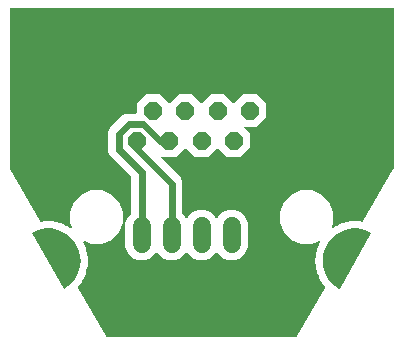
<source format=gbr>
G04 EAGLE Gerber RS-274X export*
G75*
%MOMM*%
%FSLAX34Y34*%
%LPD*%
%INBottom Copper*%
%IPPOS*%
%AMOC8*
5,1,8,0,0,1.08239X$1,22.5*%
G01*
%ADD10P,1.649562X8X22.500000*%
%ADD11C,5.080000*%
%ADD12C,1.000000*%
%ADD13C,1.524000*%
%ADD14C,0.609600*%

G36*
X265492Y-12328D02*
X265492Y-12328D01*
X265560Y-12327D01*
X265613Y-12309D01*
X265668Y-12300D01*
X265728Y-12268D01*
X265792Y-12245D01*
X265836Y-12211D01*
X265886Y-12184D01*
X265932Y-12135D01*
X265985Y-12094D01*
X266032Y-12030D01*
X266055Y-12006D01*
X266064Y-11987D01*
X266085Y-11959D01*
X289898Y29289D01*
X289910Y29319D01*
X289928Y29346D01*
X289953Y29434D01*
X289985Y29519D01*
X289987Y29552D01*
X289995Y29583D01*
X289991Y29674D01*
X289994Y29765D01*
X289985Y29796D01*
X289984Y29828D01*
X289931Y29988D01*
X289902Y30050D01*
X289898Y30057D01*
X289895Y30065D01*
X289806Y30207D01*
X288408Y31958D01*
X288402Y31963D01*
X288398Y31971D01*
X288277Y32087D01*
X287949Y32338D01*
X287568Y32997D01*
X287547Y33023D01*
X287504Y33091D01*
X287029Y33686D01*
X286915Y34083D01*
X286911Y34091D01*
X286910Y34099D01*
X286843Y34253D01*
X285722Y36192D01*
X285716Y36199D01*
X285713Y36207D01*
X285611Y36340D01*
X285324Y36638D01*
X285046Y37346D01*
X285029Y37374D01*
X284996Y37448D01*
X284616Y38107D01*
X284562Y38517D01*
X284559Y38525D01*
X284559Y38533D01*
X284516Y38695D01*
X283696Y40780D01*
X283692Y40788D01*
X283690Y40796D01*
X283609Y40943D01*
X283369Y41280D01*
X283200Y42021D01*
X283187Y42052D01*
X283166Y42130D01*
X282888Y42838D01*
X282896Y43252D01*
X282894Y43260D01*
X282896Y43268D01*
X282877Y43435D01*
X282377Y45619D01*
X282374Y45627D01*
X282373Y45635D01*
X282315Y45793D01*
X282128Y46161D01*
X282071Y46920D01*
X282064Y46952D01*
X282054Y47033D01*
X281885Y47774D01*
X281954Y48182D01*
X281954Y48190D01*
X281957Y48199D01*
X281962Y48366D01*
X281794Y50600D01*
X281792Y50608D01*
X281793Y50617D01*
X281758Y50781D01*
X281629Y51174D01*
X281686Y51932D01*
X281683Y51965D01*
X281685Y52046D01*
X281628Y52805D01*
X281757Y53197D01*
X281759Y53206D01*
X281763Y53214D01*
X281793Y53379D01*
X281960Y55612D01*
X281959Y55621D01*
X281961Y55629D01*
X281951Y55797D01*
X281882Y56204D01*
X282051Y56946D01*
X282053Y56979D01*
X282068Y57059D01*
X282125Y57817D01*
X282311Y58186D01*
X282313Y58194D01*
X282318Y58201D01*
X282373Y58360D01*
X282871Y60544D01*
X282872Y60553D01*
X282875Y60561D01*
X282890Y60728D01*
X282882Y61141D01*
X283160Y61849D01*
X283167Y61881D01*
X283193Y61958D01*
X283362Y62700D01*
X283602Y63037D01*
X283605Y63045D01*
X283611Y63051D01*
X283689Y63199D01*
X284507Y65285D01*
X284509Y65293D01*
X284513Y65301D01*
X284553Y65464D01*
X284607Y65874D01*
X284987Y66533D01*
X284999Y66563D01*
X285036Y66635D01*
X285314Y67343D01*
X285320Y67349D01*
X285371Y67424D01*
X285429Y67493D01*
X285441Y67524D01*
X285460Y67552D01*
X285485Y67639D01*
X285517Y67723D01*
X285518Y67756D01*
X285528Y67788D01*
X285524Y67878D01*
X285527Y67969D01*
X285518Y68001D01*
X285517Y68034D01*
X285484Y68118D01*
X285459Y68205D01*
X285440Y68232D01*
X285428Y68263D01*
X285370Y68333D01*
X285319Y68407D01*
X285292Y68427D01*
X285271Y68452D01*
X285194Y68500D01*
X285121Y68554D01*
X285090Y68564D01*
X285061Y68582D01*
X284973Y68602D01*
X284887Y68630D01*
X284854Y68630D01*
X284822Y68637D01*
X284732Y68628D01*
X284641Y68627D01*
X284601Y68616D01*
X284577Y68613D01*
X284548Y68600D01*
X284480Y68581D01*
X278827Y66239D01*
X269813Y66239D01*
X261484Y69689D01*
X255109Y76064D01*
X251659Y84393D01*
X251659Y93407D01*
X255109Y101736D01*
X261484Y108111D01*
X269813Y111561D01*
X278827Y111561D01*
X287156Y108111D01*
X293531Y101736D01*
X296981Y93407D01*
X296981Y84393D01*
X295471Y80749D01*
X295465Y80723D01*
X295453Y80699D01*
X295437Y80603D01*
X295415Y80509D01*
X295418Y80483D01*
X295413Y80456D01*
X295429Y80361D01*
X295438Y80264D01*
X295449Y80240D01*
X295454Y80214D01*
X295499Y80128D01*
X295538Y80040D01*
X295556Y80020D01*
X295569Y79996D01*
X295639Y79930D01*
X295705Y79858D01*
X295728Y79846D01*
X295748Y79827D01*
X295835Y79787D01*
X295920Y79740D01*
X295947Y79735D01*
X295971Y79724D01*
X296067Y79713D01*
X296162Y79696D01*
X296189Y79700D01*
X296215Y79697D01*
X296310Y79718D01*
X296406Y79732D01*
X296429Y79744D01*
X296456Y79750D01*
X296604Y79829D01*
X297345Y80334D01*
X297351Y80340D01*
X297359Y80344D01*
X297483Y80456D01*
X297759Y80764D01*
X298444Y81095D01*
X298471Y81113D01*
X298543Y81151D01*
X299171Y81580D01*
X299576Y81665D01*
X299584Y81668D01*
X299592Y81668D01*
X299751Y81724D01*
X301768Y82697D01*
X301775Y82702D01*
X301784Y82704D01*
X301924Y82796D01*
X302242Y83060D01*
X302969Y83285D01*
X302999Y83299D01*
X303075Y83326D01*
X303760Y83657D01*
X304173Y83680D01*
X304181Y83682D01*
X304190Y83681D01*
X304355Y83713D01*
X306495Y84374D01*
X306503Y84377D01*
X306511Y84379D01*
X306512Y84379D01*
X306513Y84379D01*
X306515Y84381D01*
X306663Y84449D01*
X307017Y84663D01*
X307770Y84776D01*
X307801Y84786D01*
X307881Y84802D01*
X308607Y85026D01*
X309019Y84987D01*
X309028Y84988D01*
X309036Y84986D01*
X309204Y84993D01*
X311419Y85327D01*
X311427Y85330D01*
X311435Y85330D01*
X311596Y85377D01*
X311978Y85535D01*
X312739Y85535D01*
X312772Y85541D01*
X312852Y85544D01*
X313605Y85658D01*
X314006Y85558D01*
X314015Y85557D01*
X314022Y85554D01*
X314189Y85536D01*
X316429Y85537D01*
X316438Y85538D01*
X316446Y85537D01*
X316613Y85559D01*
X317014Y85659D01*
X317766Y85545D01*
X317799Y85546D01*
X317879Y85537D01*
X318640Y85537D01*
X319022Y85379D01*
X319031Y85377D01*
X319038Y85373D01*
X319200Y85330D01*
X321415Y84997D01*
X321424Y84997D01*
X321432Y84994D01*
X321600Y84992D01*
X321692Y85000D01*
X321723Y85008D01*
X321755Y85009D01*
X321842Y85039D01*
X321930Y85063D01*
X321957Y85080D01*
X321987Y85091D01*
X322059Y85147D01*
X322136Y85197D01*
X322156Y85223D01*
X322181Y85242D01*
X322280Y85377D01*
X347857Y129680D01*
X347898Y129787D01*
X347941Y129894D01*
X347942Y129904D01*
X347944Y129910D01*
X347945Y129932D01*
X347959Y130060D01*
X347959Y265578D01*
X347956Y265598D01*
X347958Y265617D01*
X347936Y265719D01*
X347920Y265821D01*
X347910Y265838D01*
X347906Y265858D01*
X347853Y265947D01*
X347804Y266038D01*
X347790Y266052D01*
X347780Y266069D01*
X347701Y266136D01*
X347626Y266208D01*
X347608Y266216D01*
X347593Y266229D01*
X347497Y266268D01*
X347403Y266311D01*
X347383Y266313D01*
X347365Y266321D01*
X347198Y266339D01*
X23642Y266339D01*
X23622Y266336D01*
X23603Y266338D01*
X23501Y266316D01*
X23399Y266300D01*
X23382Y266290D01*
X23362Y266286D01*
X23273Y266233D01*
X23182Y266184D01*
X23168Y266170D01*
X23151Y266160D01*
X23084Y266081D01*
X23012Y266006D01*
X23004Y265988D01*
X22991Y265973D01*
X22952Y265877D01*
X22909Y265783D01*
X22907Y265763D01*
X22899Y265745D01*
X22881Y265578D01*
X22881Y130060D01*
X22899Y129947D01*
X22915Y129833D01*
X22919Y129824D01*
X22920Y129818D01*
X22931Y129798D01*
X22983Y129680D01*
X48560Y85377D01*
X48580Y85353D01*
X48594Y85324D01*
X48658Y85258D01*
X48716Y85187D01*
X48743Y85170D01*
X48765Y85147D01*
X48846Y85105D01*
X48924Y85056D01*
X48955Y85049D01*
X48984Y85034D01*
X49148Y85000D01*
X49240Y84992D01*
X49249Y84992D01*
X49257Y84990D01*
X49425Y84997D01*
X51640Y85330D01*
X51648Y85332D01*
X51657Y85333D01*
X51818Y85379D01*
X52200Y85537D01*
X52961Y85537D01*
X52993Y85542D01*
X53074Y85545D01*
X53826Y85659D01*
X54227Y85559D01*
X54236Y85558D01*
X54244Y85555D01*
X54411Y85537D01*
X56651Y85536D01*
X56659Y85537D01*
X56668Y85536D01*
X56834Y85558D01*
X57235Y85658D01*
X57988Y85544D01*
X58021Y85544D01*
X58101Y85535D01*
X58862Y85535D01*
X59244Y85377D01*
X59252Y85375D01*
X59259Y85370D01*
X59421Y85327D01*
X61636Y84993D01*
X61645Y84993D01*
X61653Y84990D01*
X61821Y84987D01*
X62233Y85026D01*
X62959Y84802D01*
X62992Y84797D01*
X63070Y84776D01*
X63823Y84663D01*
X64177Y84449D01*
X64185Y84446D01*
X64191Y84440D01*
X64345Y84374D01*
X66485Y83713D01*
X66494Y83711D01*
X66502Y83708D01*
X66667Y83680D01*
X67080Y83657D01*
X67765Y83326D01*
X67797Y83317D01*
X67871Y83285D01*
X68598Y83060D01*
X68916Y82796D01*
X68924Y82792D01*
X68929Y82786D01*
X69072Y82697D01*
X71089Y81724D01*
X71098Y81722D01*
X71105Y81717D01*
X71264Y81665D01*
X71669Y81580D01*
X72297Y81151D01*
X72327Y81138D01*
X72396Y81095D01*
X73081Y80764D01*
X73357Y80456D01*
X73363Y80450D01*
X73368Y80443D01*
X73495Y80334D01*
X74236Y79829D01*
X74261Y79817D01*
X74281Y79800D01*
X74371Y79766D01*
X74459Y79725D01*
X74486Y79722D01*
X74511Y79712D01*
X74607Y79708D01*
X74704Y79697D01*
X74730Y79703D01*
X74756Y79702D01*
X74850Y79729D01*
X74944Y79749D01*
X74967Y79763D01*
X74993Y79770D01*
X75072Y79825D01*
X75155Y79875D01*
X75173Y79895D01*
X75195Y79910D01*
X75253Y79988D01*
X75316Y80062D01*
X75326Y80086D01*
X75342Y80108D01*
X75372Y80200D01*
X75408Y80290D01*
X75409Y80316D01*
X75418Y80342D01*
X75417Y80439D01*
X75423Y80535D01*
X75416Y80561D01*
X75415Y80588D01*
X75369Y80749D01*
X73859Y84393D01*
X73859Y93407D01*
X77309Y101736D01*
X83684Y108111D01*
X92013Y111561D01*
X101027Y111561D01*
X109356Y108111D01*
X115731Y101736D01*
X119181Y93407D01*
X119181Y84393D01*
X115731Y76064D01*
X109356Y69689D01*
X101027Y66239D01*
X92013Y66239D01*
X86360Y68581D01*
X86272Y68601D01*
X86186Y68630D01*
X86153Y68629D01*
X86120Y68637D01*
X86030Y68628D01*
X85940Y68628D01*
X85909Y68617D01*
X85875Y68614D01*
X85793Y68577D01*
X85708Y68548D01*
X85681Y68527D01*
X85651Y68514D01*
X85584Y68453D01*
X85513Y68398D01*
X85494Y68370D01*
X85469Y68347D01*
X85426Y68268D01*
X85376Y68193D01*
X85367Y68161D01*
X85351Y68132D01*
X85335Y68043D01*
X85311Y67956D01*
X85313Y67923D01*
X85307Y67890D01*
X85320Y67801D01*
X85326Y67711D01*
X85338Y67680D01*
X85343Y67647D01*
X85384Y67566D01*
X85418Y67482D01*
X85444Y67449D01*
X85454Y67427D01*
X85477Y67405D01*
X85520Y67350D01*
X85526Y67343D01*
X85804Y66635D01*
X85820Y66607D01*
X85853Y66533D01*
X86233Y65874D01*
X86287Y65464D01*
X86289Y65455D01*
X86289Y65447D01*
X86333Y65285D01*
X87151Y63199D01*
X87155Y63192D01*
X87157Y63184D01*
X87238Y63037D01*
X87478Y62700D01*
X87647Y61958D01*
X87659Y61927D01*
X87680Y61849D01*
X87958Y61141D01*
X87950Y60728D01*
X87951Y60719D01*
X87950Y60711D01*
X87969Y60544D01*
X88467Y58360D01*
X88470Y58352D01*
X88471Y58343D01*
X88529Y58186D01*
X88715Y57817D01*
X88772Y57059D01*
X88780Y57027D01*
X88789Y56946D01*
X88958Y56204D01*
X88889Y55797D01*
X88889Y55788D01*
X88886Y55780D01*
X88880Y55612D01*
X89047Y53379D01*
X89049Y53370D01*
X89048Y53362D01*
X89082Y53197D01*
X89212Y52805D01*
X89155Y52046D01*
X89157Y52013D01*
X89154Y51932D01*
X89211Y51174D01*
X89082Y50781D01*
X89080Y50773D01*
X89077Y50765D01*
X89046Y50600D01*
X88878Y48366D01*
X88878Y48358D01*
X88876Y48349D01*
X88886Y48182D01*
X88955Y47774D01*
X88786Y47033D01*
X88784Y47000D01*
X88769Y46920D01*
X88712Y46162D01*
X88525Y45793D01*
X88523Y45784D01*
X88518Y45777D01*
X88463Y45619D01*
X87963Y43435D01*
X87963Y43427D01*
X87960Y43419D01*
X87944Y43251D01*
X87952Y42838D01*
X87674Y42130D01*
X87667Y42098D01*
X87640Y42021D01*
X87471Y41280D01*
X87231Y40943D01*
X87228Y40935D01*
X87222Y40929D01*
X87144Y40780D01*
X86324Y38695D01*
X86323Y38687D01*
X86318Y38679D01*
X86278Y38517D01*
X86224Y38107D01*
X85844Y37448D01*
X85832Y37417D01*
X85794Y37346D01*
X85516Y36638D01*
X85229Y36340D01*
X85224Y36333D01*
X85218Y36328D01*
X85118Y36192D01*
X83998Y34253D01*
X83994Y34245D01*
X83989Y34238D01*
X83925Y34083D01*
X83811Y33686D01*
X83336Y33091D01*
X83320Y33062D01*
X83272Y32997D01*
X82891Y32338D01*
X82563Y32087D01*
X82557Y32081D01*
X82550Y32076D01*
X82432Y31958D01*
X81034Y30207D01*
X81030Y30199D01*
X81024Y30193D01*
X80938Y30050D01*
X80909Y29988D01*
X80901Y29956D01*
X80885Y29928D01*
X80868Y29838D01*
X80844Y29750D01*
X80846Y29718D01*
X80840Y29686D01*
X80853Y29596D01*
X80858Y29505D01*
X80870Y29475D01*
X80874Y29443D01*
X80942Y29289D01*
X104755Y-11959D01*
X104798Y-12011D01*
X104833Y-12069D01*
X104875Y-12105D01*
X104911Y-12149D01*
X104968Y-12185D01*
X105020Y-12229D01*
X105072Y-12250D01*
X105119Y-12280D01*
X105185Y-12296D01*
X105248Y-12321D01*
X105327Y-12330D01*
X105359Y-12337D01*
X105379Y-12335D01*
X105415Y-12339D01*
X265425Y-12339D01*
X265492Y-12328D01*
G37*
%LPC*%
G36*
X131892Y52323D02*
X131892Y52323D01*
X126850Y54412D01*
X122992Y58270D01*
X120903Y63312D01*
X120903Y84008D01*
X122992Y89050D01*
X125252Y91311D01*
X125305Y91385D01*
X125365Y91454D01*
X125377Y91484D01*
X125396Y91510D01*
X125423Y91597D01*
X125457Y91682D01*
X125461Y91723D01*
X125468Y91746D01*
X125467Y91778D01*
X125475Y91849D01*
X125475Y123013D01*
X125461Y123103D01*
X125453Y123194D01*
X125441Y123223D01*
X125436Y123255D01*
X125393Y123336D01*
X125357Y123420D01*
X125331Y123452D01*
X125320Y123473D01*
X125297Y123495D01*
X125252Y123551D01*
X107817Y140986D01*
X106425Y144347D01*
X106425Y161170D01*
X107817Y164531D01*
X118425Y175139D01*
X121786Y176531D01*
X129794Y176531D01*
X129814Y176534D01*
X129833Y176532D01*
X129935Y176554D01*
X130037Y176570D01*
X130054Y176580D01*
X130074Y176584D01*
X130163Y176637D01*
X130254Y176686D01*
X130268Y176700D01*
X130285Y176710D01*
X130352Y176789D01*
X130424Y176864D01*
X130432Y176882D01*
X130445Y176897D01*
X130484Y176993D01*
X130527Y177087D01*
X130529Y177107D01*
X130537Y177125D01*
X130555Y177292D01*
X130555Y184752D01*
X138590Y192787D01*
X149954Y192787D01*
X157450Y185291D01*
X157466Y185279D01*
X157478Y185263D01*
X157566Y185207D01*
X157649Y185147D01*
X157668Y185141D01*
X157685Y185130D01*
X157786Y185105D01*
X157885Y185075D01*
X157904Y185075D01*
X157924Y185070D01*
X158027Y185078D01*
X158130Y185081D01*
X158149Y185088D01*
X158169Y185090D01*
X158264Y185130D01*
X158361Y185166D01*
X158377Y185178D01*
X158395Y185186D01*
X158526Y185291D01*
X166022Y192787D01*
X177386Y192787D01*
X184882Y185291D01*
X184898Y185279D01*
X184910Y185263D01*
X184998Y185207D01*
X185081Y185147D01*
X185100Y185141D01*
X185117Y185130D01*
X185218Y185105D01*
X185317Y185075D01*
X185336Y185075D01*
X185356Y185070D01*
X185459Y185078D01*
X185562Y185081D01*
X185581Y185088D01*
X185601Y185090D01*
X185696Y185130D01*
X185793Y185166D01*
X185809Y185178D01*
X185827Y185186D01*
X185958Y185291D01*
X193454Y192787D01*
X204818Y192787D01*
X212314Y185291D01*
X212330Y185279D01*
X212342Y185263D01*
X212430Y185207D01*
X212513Y185147D01*
X212532Y185141D01*
X212549Y185130D01*
X212650Y185105D01*
X212749Y185075D01*
X212768Y185075D01*
X212788Y185070D01*
X212891Y185078D01*
X212994Y185081D01*
X213013Y185088D01*
X213033Y185090D01*
X213128Y185130D01*
X213225Y185166D01*
X213241Y185178D01*
X213259Y185186D01*
X213390Y185291D01*
X220886Y192787D01*
X232250Y192787D01*
X240285Y184752D01*
X240285Y173388D01*
X232250Y165353D01*
X222405Y165353D01*
X222334Y165342D01*
X222262Y165340D01*
X222214Y165322D01*
X222162Y165314D01*
X222099Y165280D01*
X222031Y165255D01*
X221991Y165223D01*
X221945Y165198D01*
X221895Y165146D01*
X221839Y165102D01*
X221811Y165058D01*
X221775Y165020D01*
X221745Y164955D01*
X221706Y164895D01*
X221694Y164844D01*
X221672Y164797D01*
X221664Y164726D01*
X221646Y164656D01*
X221650Y164604D01*
X221645Y164553D01*
X221660Y164482D01*
X221666Y164411D01*
X221686Y164363D01*
X221697Y164312D01*
X221734Y164251D01*
X221762Y164185D01*
X221807Y164129D01*
X221823Y164101D01*
X221841Y164086D01*
X221867Y164054D01*
X226569Y159352D01*
X226569Y147988D01*
X218534Y139953D01*
X207170Y139953D01*
X199674Y147449D01*
X199658Y147461D01*
X199646Y147477D01*
X199558Y147533D01*
X199475Y147593D01*
X199456Y147599D01*
X199439Y147610D01*
X199338Y147635D01*
X199239Y147665D01*
X199220Y147665D01*
X199200Y147670D01*
X199097Y147662D01*
X198994Y147659D01*
X198975Y147652D01*
X198955Y147650D01*
X198860Y147610D01*
X198763Y147574D01*
X198747Y147562D01*
X198729Y147554D01*
X198598Y147449D01*
X191102Y139953D01*
X179738Y139953D01*
X172242Y147449D01*
X172226Y147461D01*
X172214Y147477D01*
X172126Y147533D01*
X172043Y147593D01*
X172024Y147599D01*
X172007Y147610D01*
X171906Y147635D01*
X171807Y147665D01*
X171788Y147665D01*
X171768Y147670D01*
X171665Y147662D01*
X171562Y147659D01*
X171543Y147652D01*
X171523Y147650D01*
X171428Y147610D01*
X171331Y147574D01*
X171315Y147562D01*
X171297Y147554D01*
X171166Y147449D01*
X163670Y139953D01*
X152025Y139953D01*
X151954Y139942D01*
X151882Y139940D01*
X151833Y139922D01*
X151782Y139914D01*
X151718Y139880D01*
X151651Y139855D01*
X151610Y139823D01*
X151564Y139798D01*
X151515Y139746D01*
X151459Y139702D01*
X151431Y139658D01*
X151395Y139620D01*
X151365Y139555D01*
X151326Y139495D01*
X151313Y139444D01*
X151291Y139397D01*
X151283Y139326D01*
X151266Y139256D01*
X151270Y139204D01*
X151264Y139153D01*
X151280Y139082D01*
X151285Y139011D01*
X151305Y138963D01*
X151317Y138912D01*
X151353Y138851D01*
X151381Y138785D01*
X151426Y138729D01*
X151443Y138701D01*
X151461Y138686D01*
X151486Y138654D01*
X167773Y122367D01*
X169165Y119006D01*
X169165Y91849D01*
X169179Y91759D01*
X169187Y91668D01*
X169199Y91638D01*
X169204Y91606D01*
X169247Y91526D01*
X169283Y91442D01*
X169309Y91410D01*
X169320Y91389D01*
X169343Y91367D01*
X169388Y91311D01*
X171648Y89050D01*
X172017Y88161D01*
X172054Y88100D01*
X172084Y88035D01*
X172119Y87996D01*
X172146Y87952D01*
X172202Y87906D01*
X172250Y87853D01*
X172296Y87828D01*
X172336Y87795D01*
X172403Y87769D01*
X172466Y87735D01*
X172517Y87726D01*
X172565Y87707D01*
X172637Y87704D01*
X172708Y87691D01*
X172759Y87699D01*
X172811Y87697D01*
X172880Y87716D01*
X172951Y87727D01*
X172997Y87751D01*
X173047Y87765D01*
X173106Y87806D01*
X173170Y87838D01*
X173207Y87876D01*
X173249Y87905D01*
X173292Y87963D01*
X173342Y88014D01*
X173377Y88077D01*
X173396Y88103D01*
X173404Y88125D01*
X173423Y88161D01*
X173792Y89050D01*
X177650Y92908D01*
X182692Y94997D01*
X188148Y94997D01*
X193190Y92908D01*
X197048Y89050D01*
X197417Y88161D01*
X197454Y88100D01*
X197484Y88035D01*
X197519Y87996D01*
X197546Y87952D01*
X197602Y87906D01*
X197650Y87853D01*
X197696Y87828D01*
X197736Y87795D01*
X197803Y87769D01*
X197866Y87735D01*
X197917Y87726D01*
X197965Y87707D01*
X198037Y87704D01*
X198108Y87691D01*
X198159Y87699D01*
X198211Y87697D01*
X198280Y87716D01*
X198351Y87727D01*
X198397Y87751D01*
X198447Y87765D01*
X198506Y87806D01*
X198570Y87838D01*
X198607Y87876D01*
X198649Y87905D01*
X198692Y87963D01*
X198742Y88014D01*
X198777Y88077D01*
X198796Y88103D01*
X198804Y88125D01*
X198823Y88161D01*
X199192Y89050D01*
X203050Y92908D01*
X208092Y94997D01*
X213548Y94997D01*
X218590Y92908D01*
X222448Y89050D01*
X224537Y84008D01*
X224537Y63312D01*
X222448Y58270D01*
X218590Y54412D01*
X213548Y52323D01*
X208092Y52323D01*
X203050Y54412D01*
X199192Y58270D01*
X198823Y59159D01*
X198786Y59220D01*
X198756Y59285D01*
X198721Y59324D01*
X198694Y59368D01*
X198639Y59414D01*
X198590Y59467D01*
X198544Y59492D01*
X198504Y59525D01*
X198437Y59551D01*
X198374Y59585D01*
X198323Y59594D01*
X198275Y59613D01*
X198203Y59616D01*
X198132Y59629D01*
X198081Y59621D01*
X198029Y59623D01*
X197960Y59604D01*
X197889Y59593D01*
X197843Y59569D01*
X197793Y59555D01*
X197734Y59514D01*
X197670Y59482D01*
X197633Y59444D01*
X197591Y59415D01*
X197548Y59357D01*
X197498Y59306D01*
X197463Y59243D01*
X197444Y59217D01*
X197437Y59195D01*
X197417Y59159D01*
X197048Y58270D01*
X193190Y54412D01*
X188148Y52323D01*
X182692Y52323D01*
X177650Y54412D01*
X173792Y58270D01*
X173423Y59159D01*
X173386Y59220D01*
X173356Y59285D01*
X173321Y59324D01*
X173294Y59368D01*
X173239Y59414D01*
X173190Y59467D01*
X173144Y59492D01*
X173104Y59525D01*
X173037Y59551D01*
X172974Y59585D01*
X172923Y59594D01*
X172875Y59613D01*
X172803Y59616D01*
X172732Y59629D01*
X172681Y59621D01*
X172629Y59623D01*
X172560Y59604D01*
X172489Y59593D01*
X172443Y59569D01*
X172393Y59555D01*
X172334Y59514D01*
X172270Y59482D01*
X172233Y59444D01*
X172191Y59415D01*
X172148Y59357D01*
X172098Y59306D01*
X172063Y59243D01*
X172044Y59217D01*
X172037Y59195D01*
X172017Y59159D01*
X171648Y58270D01*
X167790Y54412D01*
X162748Y52323D01*
X157292Y52323D01*
X152250Y54412D01*
X148392Y58270D01*
X148023Y59159D01*
X147986Y59220D01*
X147956Y59285D01*
X147921Y59324D01*
X147894Y59368D01*
X147839Y59414D01*
X147790Y59467D01*
X147744Y59492D01*
X147704Y59525D01*
X147637Y59551D01*
X147574Y59585D01*
X147523Y59594D01*
X147475Y59613D01*
X147403Y59616D01*
X147332Y59629D01*
X147281Y59621D01*
X147229Y59623D01*
X147160Y59604D01*
X147089Y59593D01*
X147043Y59569D01*
X146993Y59555D01*
X146934Y59514D01*
X146870Y59482D01*
X146833Y59444D01*
X146791Y59415D01*
X146748Y59357D01*
X146698Y59306D01*
X146663Y59243D01*
X146644Y59217D01*
X146637Y59195D01*
X146617Y59159D01*
X146248Y58270D01*
X142390Y54412D01*
X137348Y52323D01*
X131892Y52323D01*
G37*
%LPD*%
G36*
X301848Y28111D02*
X301848Y28111D01*
X301921Y28111D01*
X301946Y28122D01*
X301973Y28125D01*
X302037Y28161D01*
X302104Y28189D01*
X302123Y28209D01*
X302146Y28222D01*
X302214Y28303D01*
X302242Y28333D01*
X302245Y28342D01*
X302252Y28351D01*
X329252Y75151D01*
X329261Y75176D01*
X329277Y75199D01*
X329292Y75270D01*
X329316Y75339D01*
X329313Y75366D01*
X329319Y75393D01*
X329306Y75464D01*
X329300Y75537D01*
X329287Y75562D01*
X329282Y75588D01*
X329242Y75649D01*
X329208Y75714D01*
X329187Y75731D01*
X329172Y75754D01*
X329086Y75815D01*
X329055Y75840D01*
X329046Y75843D01*
X329036Y75850D01*
X325398Y77601D01*
X325367Y77608D01*
X325329Y77628D01*
X321470Y78817D01*
X321438Y78820D01*
X321397Y78833D01*
X317404Y79434D01*
X317373Y79432D01*
X317330Y79439D01*
X313292Y79438D01*
X313261Y79432D01*
X313218Y79432D01*
X309226Y78829D01*
X309196Y78818D01*
X309153Y78813D01*
X305295Y77621D01*
X305267Y77606D01*
X305226Y77594D01*
X301588Y75841D01*
X301563Y75822D01*
X301524Y75804D01*
X298188Y73528D01*
X298166Y73505D01*
X298130Y73482D01*
X295171Y70734D01*
X295152Y70709D01*
X295120Y70680D01*
X292604Y67522D01*
X292589Y67494D01*
X292562Y67460D01*
X290544Y63963D01*
X290534Y63933D01*
X290512Y63896D01*
X289038Y60137D01*
X289032Y60105D01*
X289016Y60065D01*
X288119Y56129D01*
X288118Y56097D01*
X288108Y56055D01*
X287807Y52029D01*
X287811Y51997D01*
X287807Y51954D01*
X288110Y47928D01*
X288119Y47897D01*
X288121Y47854D01*
X289021Y43918D01*
X289034Y43889D01*
X289043Y43846D01*
X290519Y40088D01*
X290537Y40061D01*
X290552Y40021D01*
X292572Y36525D01*
X292593Y36501D01*
X292614Y36463D01*
X295132Y33307D01*
X295157Y33287D01*
X295183Y33253D01*
X298144Y30507D01*
X298171Y30491D01*
X298202Y30461D01*
X301539Y28187D01*
X301564Y28177D01*
X301585Y28160D01*
X301655Y28139D01*
X301722Y28110D01*
X301750Y28111D01*
X301776Y28103D01*
X301848Y28111D01*
G37*
G36*
X69024Y28110D02*
X69024Y28110D01*
X69097Y28107D01*
X69123Y28116D01*
X69150Y28118D01*
X69246Y28162D01*
X69284Y28176D01*
X69291Y28183D01*
X69301Y28187D01*
X72638Y30461D01*
X72660Y30484D01*
X72696Y30507D01*
X75657Y33253D01*
X75676Y33279D01*
X75708Y33307D01*
X78226Y36463D01*
X78241Y36492D01*
X78268Y36525D01*
X80288Y40021D01*
X80298Y40051D01*
X80321Y40088D01*
X81797Y43846D01*
X81802Y43878D01*
X81819Y43918D01*
X82719Y47854D01*
X82719Y47886D01*
X82730Y47928D01*
X83033Y51954D01*
X83029Y51985D01*
X83033Y52029D01*
X82732Y56055D01*
X82724Y56086D01*
X82721Y56129D01*
X81824Y60065D01*
X81811Y60094D01*
X81802Y60137D01*
X80328Y63896D01*
X80311Y63923D01*
X80296Y63963D01*
X78278Y67460D01*
X78257Y67484D01*
X78236Y67522D01*
X75720Y70680D01*
X75695Y70700D01*
X75669Y70734D01*
X72710Y73482D01*
X72683Y73498D01*
X72652Y73528D01*
X69316Y75804D01*
X69287Y75816D01*
X69252Y75841D01*
X65615Y77594D01*
X65584Y77602D01*
X65545Y77621D01*
X61687Y78813D01*
X61655Y78816D01*
X61614Y78829D01*
X57622Y79432D01*
X57590Y79431D01*
X57548Y79438D01*
X53510Y79439D01*
X53479Y79433D01*
X53436Y79434D01*
X49443Y78833D01*
X49413Y78822D01*
X49370Y78817D01*
X45511Y77628D01*
X45483Y77613D01*
X45442Y77601D01*
X41804Y75850D01*
X41782Y75833D01*
X41756Y75824D01*
X41703Y75774D01*
X41645Y75730D01*
X41632Y75706D01*
X41612Y75687D01*
X41582Y75621D01*
X41546Y75557D01*
X41543Y75530D01*
X41532Y75505D01*
X41531Y75432D01*
X41522Y75360D01*
X41530Y75334D01*
X41530Y75306D01*
X41566Y75208D01*
X41578Y75169D01*
X41584Y75161D01*
X41588Y75151D01*
X68588Y28351D01*
X68606Y28330D01*
X68617Y28305D01*
X68671Y28256D01*
X68719Y28202D01*
X68744Y28190D01*
X68764Y28171D01*
X68833Y28147D01*
X68899Y28116D01*
X68926Y28115D01*
X68951Y28105D01*
X69024Y28110D01*
G37*
D10*
X130556Y153670D03*
X157988Y153670D03*
X185420Y153670D03*
X212852Y153670D03*
X240284Y153670D03*
X144272Y179070D03*
X171704Y179070D03*
X199136Y179070D03*
X226568Y179070D03*
D11*
X60198Y166370D03*
X310642Y166370D03*
D12*
X309320Y55500D03*
X61520Y55500D03*
D13*
X236220Y66040D02*
X236220Y81280D01*
X210820Y81280D02*
X210820Y66040D01*
X185420Y66040D02*
X185420Y81280D01*
X160020Y81280D02*
X160020Y66040D01*
X134620Y66040D02*
X134620Y81280D01*
D14*
X160020Y73660D02*
X160020Y117187D01*
X130556Y146651D01*
X130556Y153670D01*
X134620Y127116D02*
X134620Y73660D01*
X115570Y159351D02*
X123605Y167386D01*
X136237Y167386D01*
X115570Y146166D02*
X134620Y127116D01*
X115570Y146166D02*
X115570Y159351D01*
X149953Y153670D02*
X157988Y153670D01*
X149953Y153670D02*
X136237Y167386D01*
M02*

</source>
